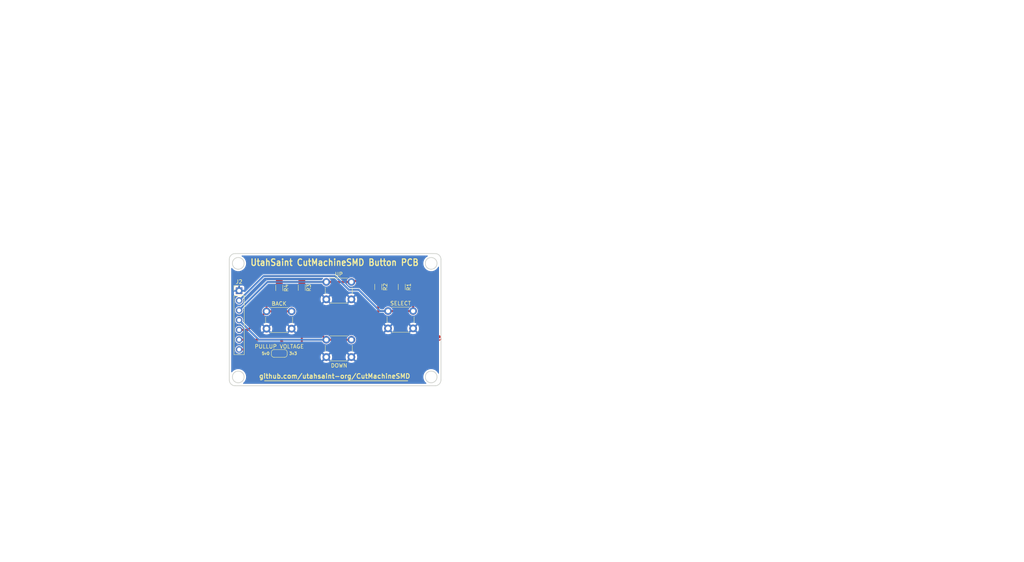
<source format=kicad_pcb>
(kicad_pcb (version 20240108) (generator "pcbnew") (generator_version "8.0")
  (layers (0 "F.Cu" signal) (31 "B.Cu" signal) (34 "B.Paste" user) (35 "F.Paste" user) (36 "B.SilkS" user "B.Silkscreen") (37 "F.SilkS" user "F.Silkscreen") (38 "B.Mask" user) (39 "F.Mask" user) (44 "Edge.Cuts" user))
  (net 0 "")
  (net 1 "+3.3V")
  (net 2 "+5V")
  (net 3 "GND")
  (net 4 "Net-(JP1-C)")
  (net 5 "Net-(J2-Pin_3)")
  (net 6 "Net-(J2-Pin_4)")
  (net 7 "Net-(J2-Pin_5)")
  (net 8 "Net-(J2-Pin_2)")
  (footprint "Resistor_SMD:R_1206_3216Metric_Pad1.30x1.75mm_HandSolder" (layer "F.Cu") (at 121.158 90.45 -90)
    (property "Reference" "R1" (at 0 -1.82 90) (layer "F.SilkS"))
    (property "Value" "PULLUP")
    (fp_line (start -0.727064 0.91) (end 0.727064 0.91) (stroke (width 0.12)) (layer "F.SilkS"))
    (fp_line (start -0.727064 -0.91) (end 0.727064 -0.91) (stroke (width 0.12)) (layer "F.SilkS"))
    (pad "1" smd roundrect (at -1.55 0 270) (size 1.3 1.75) (layers "F.Cu" "F.Paste" "F.Mask") (roundrect_rratio 0.192308) (net 8 "Net-(J2-Pin_2)"))
    (pad "2" smd roundrect (at 1.55 0 270) (size 1.3 1.75) (layers "F.Cu" "F.Paste" "F.Mask") (roundrect_rratio 0.192308) (net 4 "Net-(JP1-C)"))
  )
  (footprint "Button_Switch_THT:SW_PUSH_6mm_H4.3mm" (layer "F.Cu") (at 86.106 96.774)
    (property "Reference" "BACK" (at 3.25 -2 0) (layer "F.SilkS"))
    (property "Value" "BACK")
    (fp_line (start -0.25 1.5) (end -0.25 3) (stroke (width 0.12)) (layer "F.SilkS"))
    (fp_line (start 1 5.5) (end 5.5 5.5) (stroke (width 0.12)) (layer "F.SilkS"))
    (fp_line (start 5.5 -1) (end 1 -1) (stroke (width 0.12)) (layer "F.SilkS"))
    (fp_line (start 6.75 3) (end 6.75 1.5) (stroke (width 0.12)) (layer "F.SilkS"))
    (pad "1" thru_hole circle (at 0 0 90) (size 2 2) (drill 1.1) (layers "*.Cu" "*.Mask") (net 7 "Net-(J2-Pin_5)"))
    (pad "1" thru_hole circle (at 6.5 0 90) (size 2 2) (drill 1.1) (layers "*.Cu" "*.Mask") (net 7 "Net-(J2-Pin_5)"))
    (pad "2" thru_hole circle (at 0 4.5 90) (size 2 2) (drill 1.1) (layers "*.Cu" "*.Mask") (net 3 "GND"))
    (pad "2" thru_hole circle (at 6.5 4.5 90) (size 2 2) (drill 1.1) (layers "*.Cu" "*.Mask") (net 3 "GND"))
  )
  (footprint "Jumper:SolderJumper-3_P1.3mm_Open_RoundedPad1.0x1.5mm_NumberLabels" (layer "F.Cu") (at 89.408 107.696)
    (property "Reference" "PULLUP VOLTAGE" (at 0 -1.8 0) (layer "F.SilkS"))
    (property "Value" "SolderJumper_3_Open")
    (fp_line (start -2.05 0.3) (end -2.05 -0.3) (stroke (width 0.12)) (layer "F.SilkS"))
    (fp_line (start -1.4 -1) (end 1.4 -1) (stroke (width 0.12)) (layer "F.SilkS"))
    (fp_line (start 1.4 1) (end -1.4 1) (stroke (width 0.12)) (layer "F.SilkS"))
    (fp_line (start 2.05 -0.3) (end 2.05 0.3) (stroke (width 0.12)) (layer "F.SilkS"))
    (fp_arc (start -2.05 -0.3) (mid -1.844975 -0.794975) (end -1.35 -1) (stroke (width 0.12)) (layer "F.SilkS"))
    (fp_arc (start -1.35 1) (mid -1.844975 0.794975) (end -2.05 0.3) (stroke (width 0.12)) (layer "F.SilkS"))
    (fp_arc (start 1.35 -1) (mid 1.844975 -0.794975) (end 2.05 -0.3) (stroke (width 0.12)) (layer "F.SilkS"))
    (fp_arc (start 2.05 0.3) (mid 1.844975 0.794975) (end 1.35 1) (stroke (width 0.12)) (layer "F.SilkS"))
    (fp_text user "5v0" (at -3.526 0 0) (layer "F.SilkS") (effects (font (size 0.75 0.75))))
    (fp_text user "3v3" (at 3.586 0 0) (layer "F.SilkS") (effects (font (size 0.75 0.75))))
    (pad "1" smd custom (at -1.3 0) (size 1 0.5) (layers "F.Cu" "F.Mask") (net 2 "+5V") (options (clearance outline) (anchor rect)) (primitives (gr_circle (center 0 0.25) (end 0.5 0.25) (width 0) (fill yes)) (gr_circle (center 0 -0.25) (end 0.5 -0.25) (width 0) (fill yes)) (gr_poly (pts (xy 0.55 0.75) (xy 0 0.75) (xy 0 -0.75) (xy 0.55 -0.75)) (width 0) (fill yes))))
    (pad "2" smd rect (at 0 0) (size 1 1.5) (layers "F.Cu" "F.Mask") (net 4 "Net-(JP1-C)"))
    (pad "3" smd custom (at 1.3 0) (size 1 0.5) (layers "F.Cu" "F.Mask") (net 1 "+3.3V") (options (clearance outline) (anchor rect)) (primitives (gr_circle (center 0 0.25) (end 0.5 0.25) (width 0) (fill yes)) (gr_circle (center 0 -0.25) (end 0.5 -0.25) (width 0) (fill yes)) (gr_poly (pts (xy 0 0.75) (xy -0.55 0.75) (xy -0.55 -0.75) (xy 0 -0.75)) (width 0) (fill yes))))
  )
  (footprint "Resistor_SMD:R_1206_3216Metric_Pad1.30x1.75mm_HandSolder" (layer "F.Cu") (at 115.062 90.45 -90)
    (property "Reference" "R2" (at 0 -1.82 90) (layer "F.SilkS"))
    (property "Value" "PULLUP")
    (fp_line (start -0.727064 0.91) (end 0.727064 0.91) (stroke (width 0.12)) (layer "F.SilkS"))
    (fp_line (start -0.727064 -0.91) (end 0.727064 -0.91) (stroke (width 0.12)) (layer "F.SilkS"))
    (pad "1" smd roundrect (at -1.55 0 270) (size 1.3 1.75) (layers "F.Cu" "F.Paste" "F.Mask") (roundrect_rratio 0.192308) (net 5 "Net-(J2-Pin_3)"))
    (pad "2" smd roundrect (at 1.55 0 270) (size 1.3 1.75) (layers "F.Cu" "F.Paste" "F.Mask") (roundrect_rratio 0.192308) (net 4 "Net-(JP1-C)"))
  )
  (footprint "Button_Switch_THT:SW_PUSH_6mm_H4.3mm" (layer "F.Cu") (at 101.6 104.14)
    (property "Reference" "SW3")
    (property "Value" "DOWN" (at 3.302 6.7 0) (layer "F.SilkS"))
    (fp_line (start -0.25 1.5) (end -0.25 3) (stroke (width 0.12)) (layer "F.SilkS"))
    (fp_line (start 1 5.5) (end 5.5 5.5) (stroke (width 0.12)) (layer "F.SilkS"))
    (fp_line (start 5.5 -1) (end 1 -1) (stroke (width 0.12)) (layer "F.SilkS"))
    (fp_line (start 6.75 3) (end 6.75 1.5) (stroke (width 0.12)) (layer "F.SilkS"))
    (pad "1" thru_hole circle (at 0 0 90) (size 2 2) (drill 1.1) (layers "*.Cu" "*.Mask") (net 6 "Net-(J2-Pin_4)"))
    (pad "1" thru_hole circle (at 6.5 0 90) (size 2 2) (drill 1.1) (layers "*.Cu" "*.Mask") (net 6 "Net-(J2-Pin_4)"))
    (pad "2" thru_hole circle (at 0 4.5 90) (size 2 2) (drill 1.1) (layers "*.Cu" "*.Mask") (net 3 "GND"))
    (pad "2" thru_hole circle (at 6.5 4.5 90) (size 2 2) (drill 1.1) (layers "*.Cu" "*.Mask") (net 3 "GND"))
  )
  (footprint "Resistor_SMD:R_1206_3216Metric_Pad1.30x1.75mm_HandSolder" (layer "F.Cu") (at 89.408 90.704 -90)
    (property "Reference" "R4" (at 0 -1.82 90) (layer "F.SilkS"))
    (property "Value" "PULLUP")
    (fp_line (start -0.727064 0.91) (end 0.727064 0.91) (stroke (width 0.12)) (layer "F.SilkS"))
    (fp_line (start -0.727064 -0.91) (end 0.727064 -0.91) (stroke (width 0.12)) (layer "F.SilkS"))
    (pad "1" smd roundrect (at -1.55 0 270) (size 1.3 1.75) (layers "F.Cu" "F.Paste" "F.Mask") (roundrect_rratio 0.192308) (net 7 "Net-(J2-Pin_5)"))
    (pad "2" smd roundrect (at 1.55 0 270) (size 1.3 1.75) (layers "F.Cu" "F.Paste" "F.Mask") (roundrect_rratio 0.192308) (net 4 "Net-(JP1-C)"))
  )
  (footprint "Button_Switch_THT:SW_PUSH_6mm_H4.3mm" (layer "F.Cu") (at 101.6 89.154)
    (property "Reference" "UP" (at 3.25 -2 0) (layer "F.SilkS"))
    (property "Value" "UP")
    (fp_line (start -0.25 1.5) (end -0.25 3) (stroke (width 0.12)) (layer "F.SilkS"))
    (fp_line (start 1 5.5) (end 5.5 5.5) (stroke (width 0.12)) (layer "F.SilkS"))
    (fp_line (start 5.5 -1) (end 1 -1) (stroke (width 0.12)) (layer "F.SilkS"))
    (fp_line (start 6.75 3) (end 6.75 1.5) (stroke (width 0.12)) (layer "F.SilkS"))
    (pad "1" thru_hole circle (at 0 0 90) (size 2 2) (drill 1.1) (layers "*.Cu" "*.Mask") (net 5 "Net-(J2-Pin_3)"))
    (pad "1" thru_hole circle (at 6.5 0 90) (size 2 2) (drill 1.1) (layers "*.Cu" "*.Mask") (net 5 "Net-(J2-Pin_3)"))
    (pad "2" thru_hole circle (at 0 4.5 90) (size 2 2) (drill 1.1) (layers "*.Cu" "*.Mask") (net 3 "GND"))
    (pad "2" thru_hole circle (at 6.5 4.5 90) (size 2 2) (drill 1.1) (layers "*.Cu" "*.Mask") (net 3 "GND"))
  )
  (footprint "Resistor_SMD:R_1206_3216Metric_Pad1.30x1.75mm_HandSolder" (layer "F.Cu") (at 95.25 90.652 -90)
    (property "Reference" "R3" (at 0 -1.82 90) (layer "F.SilkS"))
    (property "Value" "PULLUP")
    (fp_line (start -0.727064 0.91) (end 0.727064 0.91) (stroke (width 0.12)) (layer "F.SilkS"))
    (fp_line (start -0.727064 -0.91) (end 0.727064 -0.91) (stroke (width 0.12)) (layer "F.SilkS"))
    (pad "1" smd roundrect (at -1.55 0 270) (size 1.3 1.75) (layers "F.Cu" "F.Paste" "F.Mask") (roundrect_rratio 0.192308) (net 6 "Net-(J2-Pin_4)"))
    (pad "2" smd roundrect (at 1.55 0 270) (size 1.3 1.75) (layers "F.Cu" "F.Paste" "F.Mask") (roundrect_rratio 0.192308) (net 4 "Net-(JP1-C)"))
  )
  (footprint "Connector_PinHeader_2.54mm:PinHeader_1x07_P2.54mm_Vertical" (layer "F.Cu") (at 78.994 91.435)
    (property "Reference" "J2" (at 0 -2.33 0) (layer "F.SilkS"))
    (property "Value" "Conn_01x07_Pin")
    (fp_line (start -1.33 -1.33) (end 0 -1.33) (stroke (width 0.12)) (layer "F.SilkS"))
    (fp_line (start -1.33 0) (end -1.33 -1.33) (stroke (width 0.12)) (layer "F.SilkS"))
    (fp_line (start -1.33 1.27) (end -1.33 16.57) (stroke (width 0.12)) (layer "F.SilkS"))
    (fp_line (start -1.33 1.27) (end 1.33 1.27) (stroke (width 0.12)) (layer "F.SilkS"))
    (fp_line (start -1.33 16.57) (end 1.33 16.57) (stroke (width 0.12)) (layer "F.SilkS"))
    (fp_line (start 1.33 1.27) (end 1.33 16.57) (stroke (width 0.12)) (layer "F.SilkS"))
    (pad "1" thru_hole rect (at 0 0) (size 1.7 1.7) (drill 1) (layers "*.Cu" "*.Mask") (net 3 "GND"))
    (pad "2" thru_hole oval (at 0 2.54) (size 1.7 1.7) (drill 1) (layers "*.Cu" "*.Mask") (net 8 "Net-(J2-Pin_2)"))
    (pad "3" thru_hole oval (at 0 5.08) (size 1.7 1.7) (drill 1) (layers "*.Cu" "*.Mask") (net 5 "Net-(J2-Pin_3)"))
    (pad "4" thru_hole oval (at 0 7.62) (size 1.7 1.7) (drill 1) (layers "*.Cu" "*.Mask") (net 6 "Net-(J2-Pin_4)"))
    (pad "5" thru_hole oval (at 0 10.16) (size 1.7 1.7) (drill 1) (layers "*.Cu" "*.Mask") (net 7 "Net-(J2-Pin_5)"))
    (pad "6" thru_hole oval (at 0 12.7) (size 1.7 1.7) (drill 1) (layers "*.Cu" "*.Mask") (net 1 "+3.3V"))
    (pad "7" thru_hole oval (at 0 15.24) (size 1.7 1.7) (drill 1) (layers "*.Cu" "*.Mask") (net 2 "+5V"))
  )
  (footprint "Button_Switch_THT:SW_PUSH_6mm_H4.3mm" (layer "F.Cu") (at 117.602 96.702)
    (property "Reference" "SELECT" (at 3.25 -2 0) (layer "F.SilkS"))
    (property "Value" "SELECT")
    (fp_line (start -0.25 1.5) (end -0.25 3) (stroke (width 0.12)) (layer "F.SilkS"))
    (fp_line (start 1 5.5) (end 5.5 5.5) (stroke (width 0.12)) (layer "F.SilkS"))
    (fp_line (start 5.5 -1) (end 1 -1) (stroke (width 0.12)) (layer "F.SilkS"))
    (fp_line (start 6.75 3) (end 6.75 1.5) (stroke (width 0.12)) (layer "F.SilkS"))
    (pad "1" thru_hole circle (at 0 0 90) (size 2 2) (drill 1.1) (layers "*.Cu" "*.Mask") (net 8 "Net-(J2-Pin_2)"))
    (pad "1" thru_hole circle (at 6.5 0 90) (size 2 2) (drill 1.1) (layers "*.Cu" "*.Mask") (net 8 "Net-(J2-Pin_2)"))
    (pad "2" thru_hole circle (at 0 4.5 90) (size 2 2) (drill 1.1) (layers "*.Cu" "*.Mask") (net 3 "GND"))
    (pad "2" thru_hole circle (at 6.5 4.5 90) (size 2 2) (drill 1.1) (layers "*.Cu" "*.Mask") (net 3 "GND"))
  )
  (gr_line (start 85.598 114.808) (end 122.682 114.808) (stroke (width 0.2)) (layer "F.SilkS"))
  (gr_arc (start 131.318 114.578) (mid 130.87866 115.63866) (end 129.818 116.078) (stroke (width 0.2)) (layer "Edge.Cuts"))
  (gr_line (start 77.954 81.788) (end 129.818 81.788) (stroke (width 0.2)) (layer "Edge.Cuts"))
  (gr_circle (center 128.778 84.328) (end 130.302 84.328) (stroke (width 0.2)) (fill none) (layer "Edge.Cuts"))
  (gr_circle (center 78.778 113.792) (end 80.302 113.792) (stroke (width 0.2)) (fill none) (layer "Edge.Cuts"))
  (gr_arc (start 76.454 83.288) (mid 76.89334 82.22734) (end 77.954 81.788) (stroke (width 0.2)) (layer "Edge.Cuts"))
  (gr_line (start 76.454 114.578) (end 76.454 83.288) (stroke (width 0.2)) (layer "Edge.Cuts"))
  (gr_line (start 131.318 83.288) (end 131.318 114.578) (stroke (width 0.2)) (layer "Edge.Cuts"))
  (gr_line (start 129.818 116.078) (end 77.954 116.078) (stroke (width 0.2)) (layer "Edge.Cuts"))
  (gr_circle (center 78.778 84.328) (end 80.302 84.328) (stroke (width 0.2)) (fill none) (layer "Edge.Cuts"))
  (gr_circle (center 128.778 113.792) (end 130.302 113.792) (stroke (width 0.2)) (fill none) (layer "Edge.Cuts"))
  (gr_arc (start 129.818 81.788) (mid 130.87866 82.22734) (end 131.318 83.288) (stroke (width 0.2)) (layer "Edge.Cuts"))
  (gr_arc (start 77.954 116.078) (mid 76.89334 115.63866) (end 76.454 114.578) (stroke (width 0.2)) (layer "Edge.Cuts"))
  (gr_text "Pips was here" (at 113.03 110.49 18) (layer "F.Cu") (effects (font (size 1.8 1.8) (thickness 0.3) (bold yes)) (justify left bottom)))
  (gr_text "github.com/utahsaint-org/CutMachineSMD" (at 84.074 114.3 0) (layer "F.SilkS") (effects (font (size 1.2 1.2) (thickness 0.23) (bold yes)) (justify left bottom)))
  (gr_text "UtahSaint CutMachineSMD Button PCB" (at 81.788 85.09 0) (layer "F.SilkS") (effects (font (size 1.7 1.5) (thickness 0.3) (bold yes)) (justify left bottom)))
  (segment (start 90.708 105.186) (end 89.657 104.135) (width 0.5) (layer "F.Cu") (net 1))
  (segment (start 90.708 107.696) (end 90.708 105.186) (width 0.5) (layer "F.Cu") (net 1))
  (segment (start 89.657 104.135) (end 78.994 104.135) (width 0.5) (layer "F.Cu") (net 1))
  (segment (start 78.994 106.675) (end 87.087 106.675) (width 0.5) (layer "F.Cu") (net 2))
  (segment (start 87.087 106.675) (end 88.108 107.696) (width 0.5) (layer "F.Cu") (net 2))
  (segment (start 110.744 105.918) (end 115.062 101.6) (width 0.5) (layer "F.Cu") (net 4))
  (segment (start 95.25 107.696) (end 97.028 105.918) (width 0.5) (layer "F.Cu") (net 4))
  (segment (start 89.408 108.646) (end 89.982 109.22) (width 0.5) (layer "F.Cu") (net 4))
  (segment (start 89.982 109.22) (end 93.726 109.22) (width 0.5) (layer "F.Cu") (net 4))
  (segment (start 95.25 107.696) (end 95.25 92.202) (width 0.5) (layer "F.Cu") (net 4))
  (segment (start 95.198 92.254) (end 95.25 92.202) (width 0.2) (layer "F.Cu") (net 4))
  (segment (start 89.408 107.696) (end 89.408 108.646) (width 0.5) (layer "F.Cu") (net 4))
  (segment (start 115.062 101.6) (end 115.062 92) (width 0.5) (layer "F.Cu") (net 4))
  (segment (start 89.408 92.254) (end 95.198 92.254) (width 0.2) (layer "F.Cu") (net 4))
  (segment (start 93.726 109.22) (end 95.25 107.696) (width 0.5) (layer "F.Cu") (net 4))
  (segment (start 115.062 92) (end 121.158 92) (width 0.5) (layer "F.Cu") (net 4))
  (segment (start 97.028 105.918) (end 110.744 105.918) (width 0.5) (layer "F.Cu") (net 4))
  (segment (start 108.1 89.154) (end 108.204 89.154) (width 0.2) (layer "F.Cu") (net 5))
  (segment (start 108.458 88.9) (end 115.062 88.9) (width 0.5) (layer "F.Cu") (net 5))
  (segment (start 101.6 89.154) (end 108.1 89.154) (width 0.5) (layer "F.Cu") (net 5))
  (segment (start 108.204 89.154) (end 108.458 88.9) (width 0.2) (layer "F.Cu") (net 5))
  (segment (start 78.994 96.515) (end 86.355 89.154) (width 0.5) (layer "B.Cu") (net 5))
  (segment (start 86.355 89.154) (end 101.6 89.154) (width 0.5) (layer "B.Cu") (net 5))
  (segment (start 98.044 100.584) (end 101.6 104.14) (width 0.5) (layer "F.Cu") (net 6))
  (segment (start 95.25 89.102) (end 98.044 91.896) (width 0.5) (layer "F.Cu") (net 6))
  (segment (start 101.6 104.14) (end 108.1 104.14) (width 0.5) (layer "F.Cu") (net 6))
  (segment (start 98.044 91.896) (end 98.044 100.584) (width 0.5) (layer "F.Cu") (net 6))
  (segment (start 78.994 99.055) (end 84.079 104.14) (width 0.5) (layer "B.Cu") (net 6))
  (segment (start 84.079 104.14) (end 101.6 104.14) (width 0.5) (layer "B.Cu") (net 6))
  (segment (start 86.106 96.774) (end 86.106 92.456) (width 0.5) (layer "F.Cu") (net 7))
  (segment (start 81.285 101.595) (end 86.106 96.774) (width 0.5) (layer "F.Cu") (net 7))
  (segment (start 78.994 101.595) (end 81.285 101.595) (width 0.5) (layer "F.Cu") (net 7))
  (segment (start 86.106 92.456) (end 89.408 89.154) (width 0.5) (layer "F.Cu") (net 7))
  (segment (start 86.106 96.774) (end 92.606 96.774) (width 0.5) (layer "F.Cu") (net 7))
  (segment (start 117.602 96.702) (end 124.102 96.702) (width 0.5) (layer "F.Cu") (net 8))
  (segment (start 124.102 91.844) (end 121.158 88.9) (width 0.5) (layer "F.Cu") (net 8))
  (segment (start 124.102 96.702) (end 124.102 91.844) (width 0.5) (layer "F.Cu") (net 8))
  (segment (start 115.498 96.702) (end 109.982 91.186) (width 0.5) (layer "B.Cu") (net 8))
  (segment (start 85.339 87.63) (end 78.994 93.975) (width 0.5) (layer "B.Cu") (net 8))
  (segment (start 107.442 91.186) (end 103.886 87.63) (width 0.5) (layer "B.Cu") (net 8))
  (segment (start 109.982 91.186) (end 107.442 91.186) (width 0.5) (layer "B.Cu") (net 8))
  (segment (start 117.602 96.702) (end 115.498 96.702) (width 0.5) (layer "B.Cu") (net 8))
  (segment (start 103.886 87.63) (end 85.339 87.63) (width 0.5) (layer "B.Cu") (net 8))
  (zone (net 3) (net_name "GND") (layer "B.Cu") (connect_pads (clearance 0)) (min_thickness 0.25) (fill yes (thermal_gap 0.5) (thermal_bridge_width 0.5))
    (polygon (pts (xy 17.018 16.002) (xy 282.448 17.272) (xy 281.432 161.798) (xy 17.018 161.798)))
  )
)
</source>
